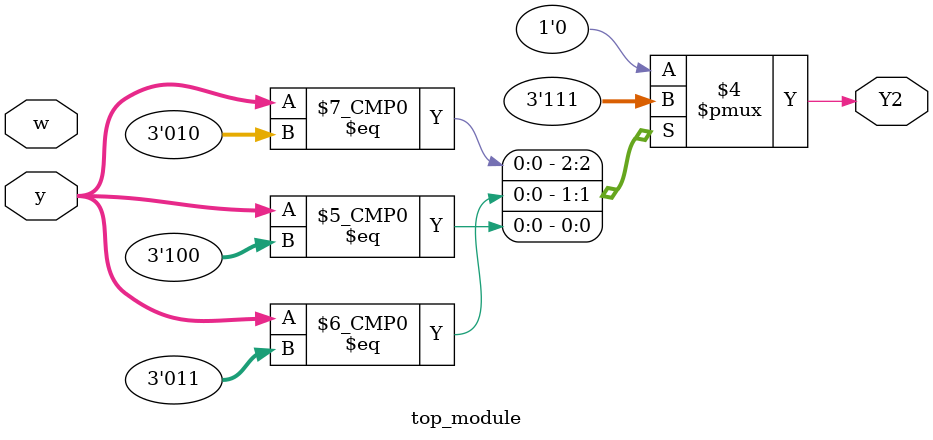
<source format=sv>
module top_module(
	input [3:1] y,
	input w,
	output reg Y2);

	always @(*) begin
		case (y)
			3'b000: Y2 = 1'b0; // State A
			3'b001: Y2 = 1'b0; // State B
			3'b010: Y2 = 1'b1; // State C
			3'b011: Y2 = 1'b1; // State D
			3'b100: Y2 = 1'b1; // State E
			3'b101: Y2 = 1'b0; // State F
			default: Y2 = 1'b0; // Default case (should not happen)
		endcase
	end

endmodule

</source>
